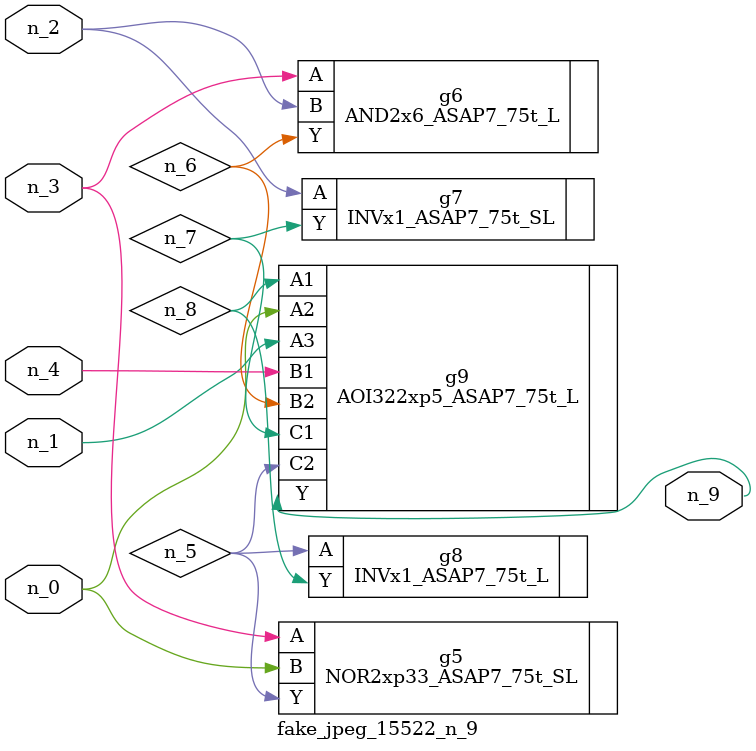
<source format=v>
module fake_jpeg_15522_n_9 (n_3, n_2, n_1, n_0, n_4, n_9);

input n_3;
input n_2;
input n_1;
input n_0;
input n_4;

output n_9;

wire n_8;
wire n_6;
wire n_5;
wire n_7;

NOR2xp33_ASAP7_75t_SL g5 ( 
.A(n_3),
.B(n_0),
.Y(n_5)
);

AND2x6_ASAP7_75t_L g6 ( 
.A(n_3),
.B(n_2),
.Y(n_6)
);

INVx1_ASAP7_75t_SL g7 ( 
.A(n_2),
.Y(n_7)
);

INVx1_ASAP7_75t_L g8 ( 
.A(n_5),
.Y(n_8)
);

AOI322xp5_ASAP7_75t_L g9 ( 
.A1(n_8),
.A2(n_0),
.A3(n_1),
.B1(n_4),
.B2(n_6),
.C1(n_7),
.C2(n_5),
.Y(n_9)
);


endmodule
</source>
